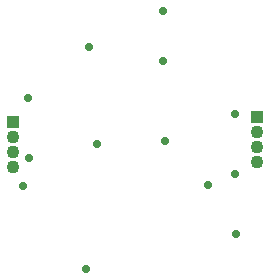
<source format=gbs>
G04*
G04 #@! TF.GenerationSoftware,Altium Limited,Altium Designer,22.0.2 (36)*
G04*
G04 Layer_Color=16711935*
%FSLAX25Y25*%
%MOIN*%
G70*
G04*
G04 #@! TF.SameCoordinates,30A63591-0E6C-4272-A93C-493934CF8E47*
G04*
G04*
G04 #@! TF.FilePolarity,Negative*
G04*
G01*
G75*
%ADD22C,0.04337*%
%ADD23R,0.04337X0.04337*%
%ADD24C,0.04337*%
%ADD25R,0.04337X0.04337*%
%ADD26C,0.02900*%
D22*
X41866Y-7500D02*
D03*
Y-2500D02*
D03*
Y2500D02*
D03*
D23*
Y7500D02*
D03*
D24*
X-39370Y-9094D02*
D03*
Y-4095D02*
D03*
Y905D02*
D03*
D25*
Y5906D02*
D03*
D26*
X-11500Y-1500D02*
D03*
X11321Y-495D02*
D03*
X25751Y-15000D02*
D03*
X-15000Y-43000D02*
D03*
X10722Y26347D02*
D03*
X10500Y43000D02*
D03*
X-34000Y-6000D02*
D03*
X-34500Y14000D02*
D03*
X-14000Y31000D02*
D03*
X35000Y-31500D02*
D03*
X-36000Y-15500D02*
D03*
X34500Y8500D02*
D03*
Y-11500D02*
D03*
M02*

</source>
